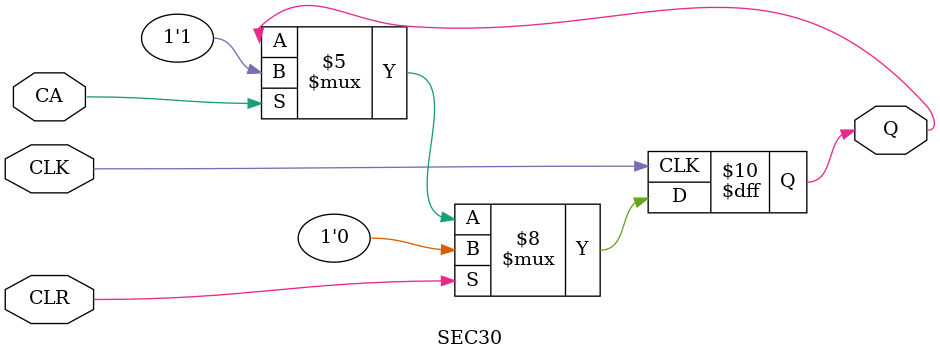
<source format=v>
module SEC30(
	input wire CLK, CLR, CA,
	output reg Q = 0
	
);
	
	always @( posedge CLK )begin
		if ( CLR == 1 )
			Q <= 0;
		else if ( CA == 1 )
			Q <= 1;
	end

endmodule

</source>
